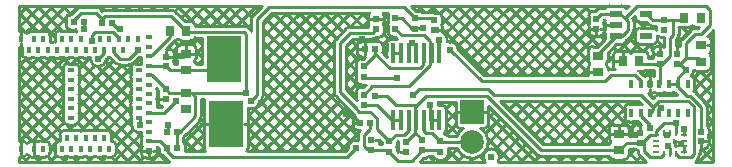
<source format=gtl>
G04 Layer: TopLayer*
G04 EasyEDA Pro v2.2.45.4, 2026-01-24 23:10:09*
G04 Gerber Generator version 0.3*
G04 Scale: 100 percent, Rotated: No, Reflected: No*
G04 Dimensions in millimeters*
G04 Leading zeros omitted, absolute positions, 4 integers and 5 decimals*
G04 Generated by one-click*
%FSLAX45Y45*%
%MOMM*%
%ADD10C,0.254*%
%ADD11R,0.9X0.8*%
%ADD12R,0.8X0.9*%
%ADD13R,2.0X2.0*%
%ADD14C,2.0*%
%ADD15R,0.8X0.86401*%
%ADD16R,0.35001X0.75001*%
%ADD17R,0.6090X0.27*%
%ADD18R,0.6X0.27*%
%ADD19R,0.27X0.6*%
%ADD20R,0.4X1.7*%
%ADD21R,1.1X0.6*%
%ADD22R,0.4X0.6*%
%ADD23R,0.6X0.4*%
%ADD24R,0.54X0.5*%
%ADD25R,0.5X0.54*%
%ADD26R,0.56566X0.54*%
%ADD27R,0.54X0.56566*%
%ADD28R,3.0X4.0*%
%ADD29C,0.61*%
G75*

G54D10*

G04 Copper Start*
G01X6032607Y2681699D02*
G01X6034441Y2679954D01*
G01X4762500Y2679954D01*
G01X4762500Y2717836D01*
G01X4796292Y2717836D01*
G03X4831296Y2740513I0J38354D01*
G03X4866300Y2717836I35004J15677D01*
G01X4906300Y2717836D01*
G03X4926305Y2723466I0J38354D01*
G03X4946310Y2717836I20005J32724D01*
G01X4986310Y2717836D01*
G03X5024664Y2756190I0J38354D01*
G01X5024664Y2816189D01*
G03X4986310Y2854543I-38354J0D01*
G01X4946310Y2854543D01*
G03X4926305Y2848913I0J-38354D01*
G03X4906300Y2854543I-20005J-32724D01*
G01X4866300Y2854543D01*
G03X4831296Y2831866I0J-38354D01*
G03X4796292Y2854543I-35004J-15677D01*
G01X4762500Y2854543D01*
G01X4762500Y3647831D01*
G01X4787941Y3647831D01*
G01X4787941Y3596193D01*
G03X4826295Y3557839I38354J0D01*
G01X4866295Y3557839D01*
G03X4886300Y3563469I0J38354D01*
G03X4906305Y3557839I20005J32724D01*
G01X4946305Y3557839D01*
G03X4966297Y3563462I0J38354D01*
G03X4986289Y3557839I19992J32731D01*
G01X5026289Y3557839D01*
G03X5046294Y3563469I0J38354D01*
G03X5066299Y3557839I20005J32724D01*
G01X5106299Y3557839D01*
G03X5126292Y3563462I0J38354D01*
G03X5146284Y3557839I19992J32731D01*
G01X5186284Y3557839D01*
G03X5206289Y3563469I0J38354D01*
G03X5226294Y3557839I20005J32724D01*
G01X5266294Y3557839D01*
G03X5286299Y3563469I0J38354D01*
G03X5306304Y3557839I20005J32724D01*
G01X5346304Y3557839D01*
G03X5366296Y3563462I0J38354D01*
G01X5367806Y3562586D01*
G03X5427467Y3481609I67693J-12593D01*
G03X5504267Y3546560I8031J68384D01*
G01X5517097Y3559391D01*
G03X5526303Y3563469I-10799J36802D01*
G03X5535509Y3559391I20005J32724D01*
G01X5581008Y3513892D01*
G03X5617108Y3498939I36101J36101D01*
G01X5693689Y3498939D01*
G03X5729790Y3513892I0J51054D01*
G01X5773322Y3557424D01*
G03X5797954Y3563318I-3433J68768D01*
G01X5797954Y3551202D01*
G03X5803584Y3531197I38354J0D01*
G03X5797954Y3511192I32724J-20005D01*
G01X5797954Y3509541D01*
G01X5746290Y3509541D01*
G03X5707936Y3471187I0J-38354D01*
G01X5707936Y3431187D01*
G03X5713559Y3411195I38354J0D01*
G03X5707936Y3391202I32731J-19992D01*
G01X5707936Y3351202D01*
G03X5713567Y3331197I38354J0D01*
G03X5707936Y3311192I32724J-20005D01*
G01X5707936Y3271192D01*
G03X5713567Y3251187I38354J0D01*
G03X5707936Y3231182I32724J-20005D01*
G01X5707936Y3191182D01*
G03X5713559Y3171190I38354J0D01*
G03X5707936Y3151198I32731J-19992D01*
G01X5707936Y3111198D01*
G03X5713567Y3091193I38354J0D01*
G03X5707936Y3071188I32724J-20005D01*
G01X5707936Y3031188D01*
G03X5717773Y3005540I38354J0D01*
G03X5736038Y2943270I67407J-14042D01*
G03X5797954Y2923839I49142J48228D01*
G01X5797954Y2911198D01*
G03X5803584Y2891193I38354J0D01*
G03X5797954Y2871188I32724J-20005D01*
G01X5797954Y2831188D01*
G03X5803577Y2811196I38354J0D01*
G03X5797954Y2791203I32731J-19992D01*
G01X5797954Y2751204D01*
G03X5836308Y2712850I38354J0D01*
G01X5896308Y2712850D01*
G03X5934662Y2751204I0J38354D01*
G01X5934662Y2791203D01*
G03X5933608Y2800134I-38354J0D01*
G01X5936283Y2800134D01*
G01X5947982Y2788436D01*
G01X5947982Y2767000D01*
G03X5985655Y2728652I38354J0D01*
G01X6032607Y2681699D01*
G01X5106304Y2854543D02*
G03X5067950Y2816189I0J-38354D01*
G01X5067950Y2756190D01*
G03X5106304Y2717836I38354J0D01*
G01X5146304Y2717836D01*
G03X5166297Y2723458I0J38354D01*
G03X5186289Y2717836I19992J32731D01*
G01X5226289Y2717836D01*
G03X5246294Y2723466I0J38354D01*
G03X5266299Y2717836I20005J32724D01*
G01X5306299Y2717836D01*
G03X5326304Y2723466I0J38354D01*
G03X5346309Y2717836I20005J32724D01*
G01X5386309Y2717836D01*
G03X5406301Y2723458I0J38354D01*
G03X5426293Y2717836I19992J32731D01*
G01X5466293Y2717836D01*
G03X5486298Y2723466I0J38354D01*
G03X5506303Y2717836I20005J32724D01*
G01X5546303Y2717836D01*
G03X5584657Y2756190I0J38354D01*
G01X5584657Y2816189D01*
G03X5546303Y2854543I-38354J0D01*
G01X5544652Y2854543D01*
G01X5544652Y2906182D01*
G03X5506298Y2944536I-38354J0D01*
G01X5466298Y2944536D01*
G03X5446306Y2938913I0J-38354D01*
G03X5426314Y2944536I-19992J-32731D01*
G01X5386314Y2944536D01*
G03X5366309Y2938905I0J-38354D01*
G03X5346304Y2944536I-20005J-32724D01*
G01X5306304Y2944536D01*
G03X5286299Y2938905I0J-38354D01*
G03X5266294Y2944536I-20005J-32724D01*
G01X5226294Y2944536D01*
G03X5206302Y2938913I0J-38354D01*
G03X5186309Y2944536I-19992J-32731D01*
G01X5146309Y2944536D01*
G03X5107955Y2906182I0J-38354D01*
G01X5107955Y2854543D01*
G01X5106304Y2854543D01*
G01X5137960Y3311192D02*
G01X5137960Y3271192D01*
G03X5143578Y3251208I38354J0D01*
G03X5137935Y3231182I32711J-20026D01*
G01X5137935Y3191182D01*
G03X5143570Y3171169I38354J0D01*
G03X5137960Y3151198I32744J-19972D01*
G01X5137960Y3111198D01*
G03X5143578Y3091213I38354J0D01*
G03X5137935Y3071188I32711J-20026D01*
G01X5137935Y3031188D01*
G03X5176289Y2992834I38354J0D01*
G01X5236289Y2992834D01*
G03X5274643Y3031188I0J38354D01*
G01X5274643Y3071188D01*
G03X5269025Y3091172I-38354J0D01*
G03X5274668Y3111198I-32711J20026D01*
G01X5274668Y3151198D01*
G03X5269033Y3171211I-38354J0D01*
G03X5274643Y3191182I-32744J19972D01*
G01X5274643Y3231182D01*
G03X5269025Y3251167I-38354J0D01*
G03X5274668Y3271192I-32711J20026D01*
G01X5274668Y3311192D01*
G03X5269038Y3331197I-38354J0D01*
G03X5274668Y3351202I-32724J20005D01*
G01X5274668Y3391202D01*
G03X5269033Y3411215I-38354J0D01*
G03X5274643Y3431187I-32744J19972D01*
G01X5274643Y3471187D01*
G03X5236289Y3509541I-38354J0D01*
G01X5176289Y3509541D01*
G03X5137935Y3471187I0J-38354D01*
G01X5137935Y3431187D01*
G03X5143570Y3411174I38354J0D01*
G03X5137960Y3391202I32744J-19972D01*
G01X5137960Y3351202D01*
G03X5143591Y3331197I38354J0D01*
G03X5137960Y3311192I32724J-20005D01*
G01X4762500Y3608295D02*
G01X4787941Y3633736D01*
G01X4762500Y3500532D02*
G01X4820281Y3558313D01*
G01X4762500Y3392769D02*
G01X4927570Y3557839D01*
G01X4762500Y3285006D02*
G01X5036802Y3559308D01*
G01X4762500Y3177243D02*
G01X5143219Y3557962D01*
G01X4762500Y3069480D02*
G01X5137935Y3444915D01*
G01X5202561Y3509541D02*
G01X5250859Y3557839D01*
G01X4762500Y2961717D02*
G01X5139911Y3339128D01*
G01X5274555Y3473772D02*
G01X5361965Y3561182D01*
G01X4763090Y2854543D02*
G01X5137935Y3229389D01*
G01X5274668Y3366122D02*
G01X5399714Y3491168D01*
G01X4870853Y2854543D02*
G01X5137960Y3121651D01*
G01X5270879Y3254570D02*
G01X5555605Y3539295D01*
G01X4804026Y2679954D02*
G01X4847074Y2723002D01*
G01X4978616Y2854543D02*
G01X5140775Y3016703D01*
G01X5274668Y3150596D02*
G01X5623011Y3498939D01*
G01X4911789Y2679954D02*
G01X4949671Y2717836D01*
G01X5024664Y2792828D02*
G01X5107955Y2876120D01*
G01X5176371Y2944536D02*
G01X5224669Y2992834D01*
G01X5274643Y3042807D02*
G01X5708301Y3476466D01*
G01X5741011Y3509176D02*
G01X5793263Y3561427D01*
G01X5019552Y2679954D02*
G01X5074440Y2734842D01*
G01X5281143Y2941545D02*
G01X5707936Y3368338D01*
G01X5127315Y2679954D02*
G01X5169210Y2721848D01*
G01X5391897Y2944536D02*
G01X5709116Y3261754D01*
G01X5235079Y2679954D02*
G01X5272960Y2717836D01*
G01X5499660Y2944536D02*
G01X5707972Y3152847D01*
G01X5342842Y2679954D02*
G01X5380723Y2717836D01*
G01X5544652Y2881765D02*
G01X5707936Y3045049D01*
G01X5450605Y2679954D02*
G01X5491471Y2720820D01*
G01X5584657Y2814007D02*
G01X5726359Y2955708D01*
G01X5558368Y2679954D02*
G01X5797954Y2919540D01*
G01X5666131Y2679954D02*
G01X5801424Y2815247D01*
G01X5773894Y2679954D02*
G01X5813968Y2720028D01*
G01X5881657Y2679954D02*
G01X5951872Y2750169D01*
G01X5989420Y2679954D02*
G01X6011886Y2702420D01*
G01X4793280Y2717836D02*
G01X4831161Y2679954D01*
G01X4762500Y2856378D02*
G01X4764335Y2854543D01*
G01X4901043Y2717836D02*
G01X4938924Y2679954D01*
G01X4762500Y2964142D02*
G01X4872098Y2854543D01*
G01X5004316Y2722325D02*
G01X5046688Y2679954D01*
G01X4762500Y3071905D02*
G01X4979861Y2854543D01*
G01X5024664Y2809741D02*
G01X5067950Y2766454D01*
G01X5116569Y2717836D02*
G01X5154451Y2679954D01*
G01X4762500Y3179668D02*
G01X5090868Y2851300D01*
G01X5224332Y2717836D02*
G01X5262214Y2679954D01*
G01X4762500Y3287431D02*
G01X5117939Y2931992D01*
G01X5326709Y2723222D02*
G01X5369977Y2679954D01*
G01X4762500Y3395194D02*
G01X5140630Y3017064D01*
G01X5162165Y2995529D02*
G01X5214892Y2942802D01*
G01X5439858Y2717836D02*
G01X5477740Y2679954D01*
G01X4762500Y3502957D02*
G01X5137960Y3127497D01*
G01X5262381Y3003076D02*
G01X5320921Y2944536D01*
G01X5547599Y2717857D02*
G01X5585503Y2679954D01*
G01X4762500Y3610720D02*
G01X4790317Y3582903D01*
G01X4813005Y3560215D02*
G01X5138134Y3235086D01*
G01X5273049Y3100171D02*
G01X5428763Y2944457D01*
G01X5584657Y2788563D02*
G01X5693266Y2679954D01*
G01X4923144Y3557839D02*
G01X5139113Y3341870D01*
G01X5274643Y3206340D02*
G01X5801029Y2679954D01*
G01X5030658Y3558089D02*
G01X5137935Y3450811D01*
G01X5274550Y3314196D02*
G01X5797954Y2790792D01*
G01X5875897Y2712850D02*
G01X5908792Y2679954D01*
G01X5137697Y3558813D02*
G01X5186968Y3509541D01*
G01X5273714Y3422796D02*
G01X5717461Y2979048D01*
G01X5772731Y2923778D02*
G01X5801571Y2894938D01*
G01X5934662Y2761847D02*
G01X6016555Y2679954D01*
G01X5246433Y3557839D02*
G01X5713383Y3090889D01*
G01X5353513Y3558523D02*
G01X5366810Y3545226D01*
G01X5430731Y3481304D02*
G01X5707936Y3204099D01*
G01X5498217Y3521581D02*
G01X5707942Y3311856D01*
G01X5628623Y3498939D02*
G01X5710720Y3416841D01*
G01X5725368Y3509956D02*
G01X5729604Y3505721D01*
G01X5784237Y3558850D02*
G01X5798535Y3544553D01*
G01X4796292Y3784539D02*
G01X4762500Y3784539D01*
G01X4762500Y4000246D01*
G01X6823645Y4000246D01*
G01X6745699Y3922301D01*
G03X6730746Y3886200I36101J-36101D01*
G01X6730746Y3785216D01*
G03X6723108Y3794983I-43739J-26333D01*
G01X6703423Y3814668D01*
G03X6667322Y3829621I-36101J-36101D01*
G01X6257000Y3829621D01*
G03X6218690Y3866154I-38311J-1821D01*
G01X6169337Y3866154D01*
G01X6087790Y3947701D01*
G03X6051690Y3962654I-36101J-36101D01*
G01X5492890Y3962654D01*
G03X5469112Y3956779I0J-51054D01*
G01X5452790Y3973101D01*
G03X5416690Y3988054I-36101J-36101D01*
G01X5289690Y3988054D01*
G03X5253589Y3973101I0J-51054D01*
G01X5206643Y3926154D01*
G01X5198936Y3926154D01*
G03X5160582Y3887800I0J-38354D01*
G01X5160582Y3833800D01*
G03X5198936Y3795446I38354J0D01*
G01X5245005Y3795446D01*
G03X5247610Y3779678I68777J3264D01*
G01X5246294Y3778909D01*
G03X5226289Y3784539I-20005J-32724D01*
G01X5186289Y3784539D01*
G03X5166297Y3778916I0J-38354D01*
G03X5146304Y3784539I-19992J-32731D01*
G01X5106304Y3784539D01*
G03X5067950Y3746185I0J-38354D01*
G01X5067950Y3694547D01*
G01X5066299Y3694547D01*
G03X5046294Y3688916I0J-38354D01*
G03X5026289Y3694547I-20005J-32724D01*
G01X5024664Y3694547D01*
G01X5024664Y3746185D01*
G03X4986310Y3784539I-38354J0D01*
G01X4946310Y3784539D01*
G03X4926305Y3778909I0J-38354D01*
G03X4906300Y3784539I-20005J-32724D01*
G01X4866300Y3784539D01*
G03X4831296Y3761862I0J-38354D01*
G03X4796292Y3784539I-35004J-15677D01*
G01X4762500Y3931585D02*
G01X4831161Y4000246D01*
G01X4762500Y3823822D02*
G01X4938924Y4000246D01*
G01X4821518Y3775076D02*
G01X5046688Y4000246D01*
G01X4937784Y3783579D02*
G01X5154451Y4000246D01*
G01X5022055Y3760088D02*
G01X5162900Y3900932D01*
G01X5185804Y3923836D02*
G01X5262214Y4000246D01*
G01X5064221Y3694491D02*
G01X5067950Y3698220D01*
G01X5153574Y3783844D02*
G01X5174210Y3804479D01*
G01X5357785Y3988054D02*
G01X5369977Y4000246D01*
G01X5451676Y3974182D02*
G01X5477740Y4000246D01*
G01X5547911Y3962654D02*
G01X5585503Y4000246D01*
G01X5655674Y3962654D02*
G01X5693266Y4000246D01*
G01X5763437Y3962654D02*
G01X5801029Y4000246D01*
G01X5871200Y3962654D02*
G01X5908792Y4000246D01*
G01X5978963Y3962654D02*
G01X6016555Y4000246D01*
G01X6078882Y3954810D02*
G01X6124318Y4000246D01*
G01X6133663Y3901828D02*
G01X6232081Y4000246D01*
G01X6205753Y3866154D02*
G01X6339844Y4000246D01*
G01X6276983Y3829621D02*
G01X6447607Y4000246D01*
G01X6384746Y3829621D02*
G01X6555371Y4000246D01*
G01X6492509Y3829621D02*
G01X6663134Y4000246D01*
G01X6600272Y3829621D02*
G01X6770897Y4000246D01*
G01X6697880Y3819466D02*
G01X6730746Y3852332D01*
G01X4762500Y3826246D02*
G01X4805273Y3783473D01*
G01X4762500Y3934009D02*
G01X4912470Y3784039D01*
G01X4804026Y4000246D02*
G01X5067950Y3736322D01*
G01X4911789Y4000246D02*
G01X5127496Y3784539D01*
G01X5019552Y4000246D02*
G01X5160582Y3859217D01*
G01X5224353Y3795446D02*
G01X5236699Y3783099D01*
G01X5127315Y4000246D02*
G01X5201407Y3926154D01*
G01X5235079Y4000246D02*
G01X5258166Y3977159D01*
G01X5342842Y4000246D02*
G01X5355034Y3988054D01*
G01X5450605Y4000246D02*
G01X5488395Y3962456D01*
G01X5558368Y4000246D02*
G01X5595960Y3962654D01*
G01X5666131Y4000246D02*
G01X5703723Y3962654D01*
G01X5773894Y4000246D02*
G01X5811486Y3962654D01*
G01X5881657Y4000246D02*
G01X5919249Y3962654D01*
G01X5989420Y4000246D02*
G01X6027012Y3962654D01*
G01X6097183Y4000246D02*
G01X6234842Y3862587D01*
G01X6253477Y3843952D02*
G01X6267808Y3829621D01*
G01X6204946Y4000246D02*
G01X6375571Y3829621D01*
G01X6312709Y4000246D02*
G01X6483334Y3829621D01*
G01X6420472Y4000246D02*
G01X6591097Y3829621D01*
G01X6528235Y4000246D02*
G01X6730746Y3797735D01*
G01X6635998Y4000246D02*
G01X6733501Y3902744D01*
G01X6743762Y4000246D02*
G01X6783703Y3960304D01*
G01X5941746Y3286365D02*
G01X5941746Y3268212D01*
G03X5945725Y3251200I38354J0D01*
G03X5941746Y3234188I34375J-17012D01*
G01X5941746Y3184188D01*
G03X5975971Y3146057I38354J0D01*
G01X5972161Y3142247D01*
G01X5933601Y3142247D01*
G03X5934662Y3151203I-37294J8956D01*
G01X5934662Y3191203D01*
G03X5929039Y3211195I-38354J0D01*
G03X5934662Y3231187I-32731J19992D01*
G01X5934662Y3271187D01*
G03X5929031Y3291192I-38354J0D01*
G03X5931698Y3296413I-32724J20005D01*
G01X5941746Y3286365D01*
G01X5934657Y3271770D02*
G01X5941746Y3278858D01*
G01X5934662Y3164011D02*
G01X5943470Y3172819D01*
G01X5934622Y3192939D02*
G01X5941746Y3185816D01*
G01X6108700Y3717491D02*
G03X6138690Y3703046I29990J23909D01*
G01X6218690Y3703046D01*
G03X6254442Y3727513I0J38354D01*
G01X6313453Y3727513D01*
G01X6313453Y3505149D01*
G01X6260429Y3505149D01*
G03X6247595Y3524098I-36727J-11054D01*
G03X6262056Y3554100I-23893J30002D01*
G01X6262056Y3634100D01*
G03X6223702Y3672454I-38354J0D01*
G01X6133702Y3672454D01*
G03X6095348Y3634100I0J-38354D01*
G01X6095348Y3554100D01*
G03X6109809Y3524098I38354J0D01*
G03X6096976Y3505149I23893J-30002D01*
G01X6076366Y3505149D01*
G01X6076366Y3509677D01*
G03X6072387Y3526688I-38354J0D01*
G03X6076366Y3543700I-34375J17012D01*
G01X6076366Y3593700D01*
G03X6038012Y3632054I-38354J0D01*
G01X6009166Y3632054D01*
G01X6074811Y3697699D01*
G03X6079467Y3703053I-36101J36101D01*
G03X6108700Y3717491I-757J38347D01*
G01X6066614Y3619253D02*
G01X6100286Y3652924D01*
G01X6114878Y3667516D02*
G01X6150407Y3703046D01*
G01X6074988Y3519864D02*
G01X6097262Y3542137D01*
G01X6227400Y3672275D02*
G01X6282638Y3727513D01*
G01X6262056Y3599169D02*
G01X6313453Y3650565D01*
G01X6275800Y3505149D02*
G01X6313453Y3542802D01*
G01X6021744Y3644633D02*
G01X6034323Y3632054D01*
G01X6076366Y3590011D02*
G01X6095348Y3571028D01*
G01X6075617Y3698523D02*
G01X6109937Y3664203D01*
G01X6248930Y3525210D02*
G01X6268991Y3505149D01*
G01X6178857Y3703046D02*
G01X6209449Y3672454D01*
G01X6262056Y3619847D02*
G01X6313453Y3568450D01*
G01X6262153Y3727513D02*
G01X6313453Y3676213D01*
G01X6291308Y3026225D02*
G03X6306261Y3062326I-36101J36101D01*
G01X6306261Y3206344D01*
G01X6327852Y3206344D01*
G03X6326746Y3197200I37248J-9144D01*
G01X6326746Y2797200D01*
G03X6339263Y2768854I38354J0D01*
G01X6167819Y2768854D01*
G01X6167819Y2821000D01*
G03X6152236Y2851863I-38354J0D01*
G01X6152236Y2875837D01*
G03X6167588Y2902506I-22771J30863D01*
G01X6291308Y3026225D01*
G01X6306261Y3104558D02*
G01X6326746Y3125043D01*
G01X6157081Y2847615D02*
G01X6326746Y3017280D01*
G01X6186083Y2768854D02*
G01X6326746Y2909517D01*
G01X6293846Y2768854D02*
G01X6326746Y2801754D01*
G01X6152236Y2867563D02*
G01X6250944Y2768854D01*
G01X6196322Y2931239D02*
G01X6326746Y2800815D01*
G01X6250204Y2985121D02*
G01X6326746Y2908578D01*
G01X6301748Y3041339D02*
G01X6326746Y3016342D01*
G01X6306261Y3144589D02*
G01X6326746Y3124105D01*
G01X6832854Y3865053D02*
G01X6904547Y3936746D01*
G01X7730282Y3936746D01*
G03X7721854Y3912757I29926J-23989D01*
G01X7721854Y3856191D01*
G03X7724908Y3841192I38354J0D01*
G03X7721854Y3826194I35300J-14999D01*
G01X7721854Y3822954D01*
G01X7569200Y3822954D01*
G03X7533099Y3808001I0J-51054D01*
G01X7444199Y3719101D01*
G03X7429246Y3683000I36101J-36101D01*
G01X7429246Y3269082D01*
G03X7444199Y3232981I51054J0D01*
G01X7583142Y3094038D01*
G03X7592499Y3081178I45457J23241D01*
G01X7606129Y3067548D01*
G03X7590834Y3036900I23059J-30648D01*
G01X7590834Y2982900D01*
G03X7629188Y2944546I38354J0D01*
G01X7651456Y2944546D01*
G01X7651277Y2944366D01*
G03X7636358Y2908300I36076J-36042D01*
G01X7636358Y2860391D01*
G03X7549339Y2797433I-18250J-66391D01*
G01X7520760Y2768854D01*
G01X6690937Y2768854D01*
G03X6703454Y2797200I-25837J28346D01*
G01X6703454Y3129223D01*
G03X6766674Y3134576I26454J63569D01*
G03X6798676Y3189360I-36766J58216D01*
G01X6817901Y3208584D01*
G03X6832854Y3244685I-36101J36101D01*
G01X6832854Y3865053D01*
G01X6832854Y3846677D02*
G01X6922923Y3936746D01*
G01X6832854Y3738914D02*
G01X7030686Y3936746D01*
G01X6832854Y3631151D02*
G01X7138449Y3936746D01*
G01X6832854Y3523388D02*
G01X7246212Y3936746D01*
G01X6832854Y3415625D02*
G01X7353975Y3936746D01*
G01X6832854Y3307862D02*
G01X7461738Y3936746D01*
G01X6703454Y3070699D02*
G01X6768580Y3135825D01*
G01X6786876Y3154120D02*
G01X7569501Y3936746D01*
G01X6703454Y2962936D02*
G01X7429611Y3689092D01*
G01X7563108Y3822589D02*
G01X7677264Y3936746D01*
G01X6703454Y2855173D02*
G01X7429246Y3580965D01*
G01X7671235Y3822954D02*
G01X7721854Y3873573D01*
G01X6724898Y2768854D02*
G01X7429246Y3473202D01*
G01X6832662Y2768854D02*
G01X7429246Y3365438D01*
G01X6940425Y2768854D02*
G01X7430305Y3258735D01*
G01X7048188Y2768854D02*
G01X7478257Y3198923D01*
G01X7155951Y2768854D02*
G01X7532139Y3145042D01*
G01X7263714Y2768854D02*
G01X7585219Y3090359D01*
G01X7371477Y2768854D02*
G01X7590834Y2988212D01*
G01X7479240Y2768854D02*
G01X7641972Y2931586D01*
G01X6703454Y2855160D02*
G01X6789760Y2768854D01*
G01X6703454Y2962923D02*
G01X6897523Y2768854D01*
G01X6703454Y3070686D02*
G01X7005286Y2768854D01*
G01X6753717Y3128186D02*
G01X7113049Y2768854D01*
G01X6799491Y3190175D02*
G01X7220812Y2768854D01*
G01X6832854Y3264575D02*
G01X7328575Y2768854D01*
G01X6832854Y3372338D02*
G01X7436338Y2768854D01*
G01X6832854Y3480101D02*
G01X7532431Y2780524D01*
G01X6832854Y3587864D02*
G01X7573917Y2846802D01*
G01X6832854Y3695627D02*
G01X7636358Y2892124D01*
G01X6832854Y3803390D02*
G01X7591620Y3044624D01*
G01X6855904Y3888103D02*
G01X7429246Y3314762D01*
G01X6915025Y3936746D02*
G01X7429246Y3422525D01*
G01X7022788Y3936746D02*
G01X7429246Y3530288D01*
G01X7130551Y3936746D02*
G01X7429246Y3638051D01*
G01X7238314Y3936746D02*
G01X7450079Y3724981D01*
G01X7346077Y3936746D02*
G01X7503961Y3778862D01*
G01X7453840Y3936746D02*
G01X7567655Y3822931D01*
G01X7561603Y3936746D02*
G01X7675395Y3822954D01*
G01X7669366Y3936746D02*
G01X7721854Y3884258D01*
G01X7531354Y3661853D02*
G01X7590347Y3720846D01*
G01X7761197Y3720846D01*
G03X7792117Y3731274I0J51054D01*
G01X7814208Y3731274D01*
G03X7852562Y3769628I0J38354D01*
G01X7852562Y3826194D01*
G03X7849508Y3841192I-38354J0D01*
G03X7852562Y3856191I-35300J14999D01*
G01X7852562Y3912757D01*
G03X7844134Y3936746I-38354J0D01*
G01X7888860Y3936746D01*
G03X7884846Y3919665I34340J-17081D01*
G01X7884846Y3863099D01*
G03X7887900Y3848100I38354J0D01*
G03X7884846Y3833101I35300J-14999D01*
G01X7884846Y3776536D01*
G03X7923200Y3738182I38354J0D01*
G01X7944636Y3738182D01*
G01X7966515Y3716302D01*
G01X7965504Y3715970D01*
G03X7953004Y3718063I-12499J-36260D01*
G01X7913004Y3718063D01*
G03X7874650Y3679709I0J-38354D01*
G01X7874650Y3617562D01*
G03X7874650Y3571857I45654J-22852D01*
G01X7874650Y3566159D01*
G01X7843416Y3597394D01*
G03X7844219Y3605200I-37551J7806D01*
G01X7844219Y3659200D01*
G03X7805865Y3697554I-38354J0D01*
G01X7749299Y3697554D01*
G03X7734300Y3694500I0J-38354D01*
G03X7719301Y3697554I-14999J-35300D01*
G01X7662736Y3697554D01*
G03X7624382Y3659200I0J-38354D01*
G01X7624382Y3605200D01*
G03X7662736Y3566846I38354J0D01*
G01X7693163Y3566846D01*
G01X7677936Y3551619D01*
G01X7656500Y3551619D01*
G03X7618146Y3513265I0J-38354D01*
G01X7618146Y3456699D01*
G03X7621200Y3441700I38354J0D01*
G03X7618146Y3426701I35300J-14999D01*
G01X7618146Y3370136D01*
G03X7656500Y3331782I38354J0D01*
G01X7699399Y3331782D01*
G01X7677936Y3310319D01*
G01X7656500Y3310319D01*
G03X7618146Y3271965I0J-38354D01*
G01X7618146Y3215399D01*
G03X7621200Y3200400I38354J0D01*
G01X7621101Y3200166D01*
G01X7531354Y3290184D01*
G01X7531354Y3661853D01*
G01X7531354Y3575310D02*
G01X7625888Y3669843D01*
G01X7652092Y3696048D02*
G01X7676890Y3720846D01*
G01X7852562Y3896518D02*
G01X7886352Y3930308D01*
G01X7531354Y3467546D02*
G01X7638933Y3575125D01*
G01X7761362Y3697554D02*
G01X7795082Y3731274D01*
G01X7852562Y3788755D02*
G01X7884846Y3821038D01*
G01X7531354Y3359783D02*
G01X7619227Y3447656D01*
G01X7842410Y3670839D02*
G01X7911561Y3739990D01*
G01X7550407Y3271073D02*
G01X7626093Y3346759D01*
G01X7860072Y3580738D02*
G01X7869457Y3590123D01*
G01X7604207Y3217111D02*
G01X7618146Y3231049D01*
G01X7531354Y3320417D02*
G01X7618146Y3233625D01*
G01X7531354Y3428180D02*
G01X7649804Y3309730D01*
G01X7531354Y3535943D02*
G01X7619100Y3448197D01*
G01X7531354Y3643706D02*
G01X7632157Y3542903D01*
G01X7576162Y3706661D02*
G01X7624382Y3658441D01*
G01X7669740Y3720846D02*
G01X7693032Y3697554D01*
G01X7775468Y3722881D02*
G01X7800795Y3697554D01*
G01X7844219Y3654131D02*
G01X7874650Y3623699D01*
G01X7850074Y3756038D02*
G01X7893424Y3712689D01*
G01X7852562Y3861313D02*
G01X7884846Y3829029D01*
G01X7884892Y3936746D02*
G01X7887629Y3934009D01*
G01X7834046Y2843135D02*
G01X7812354Y2864826D01*
G01X7812354Y2834399D01*
G02X7811667Y2827172I-38354J0D01*
G01X7834046Y2827172D01*
G01X7834046Y2843135D01*
G01X7964754Y2821699D02*
G01X7964754Y2843135D01*
G01X7973746Y2852126D01*
G01X7973746Y2823712D01*
G03X7977725Y2806700I38354J0D01*
G03X7973746Y2789688I34375J-17012D01*
G01X7973746Y2761274D01*
G01X7964754Y2770265D01*
G01X7964754Y2791701D01*
G03X7961700Y2806700I-38354J0D01*
G03X7964754Y2821699I-35300J14999D01*
G01X7964754Y2823316D02*
G01X7973746Y2832307D01*
G01X7964754Y2779253D02*
G01X7973746Y2770262D01*
G01X8120864Y3958019D02*
G01X8078637Y4000246D01*
G01X9925531Y4000246D01*
G01X9903206Y3977921D01*
G03X9869090Y3998750I-34116J-17525D01*
G01X9759090Y3998750D01*
G03X9727032Y3981450I0J-38354D01*
G01X9692284Y3981450D01*
G03X9656184Y3966497I0J-51054D01*
G01X9643153Y3953466D01*
G01X9625000Y3953466D01*
G03X9586646Y3915112I0J-38354D01*
G01X9586646Y3865112D01*
G03X9590625Y3848100I38354J0D01*
G03X9586646Y3831088I34375J-17012D01*
G01X9586646Y3781088D01*
G03X9625000Y3742734I38354J0D01*
G01X9679000Y3742734D01*
G03X9717354Y3781088I0J38354D01*
G01X9717354Y3831088D01*
G03X9713375Y3848100I-38354J0D01*
G03X9717354Y3865112I-34375J17012D01*
G01X9717354Y3879342D01*
G01X9723360Y3879342D01*
G03X9720736Y3865400I35730J-13942D01*
G01X9720736Y3805400D01*
G03X9724960Y3787902I38354J0D01*
G03X9720736Y3770404I34130J-17498D01*
G01X9720736Y3719251D01*
G01X9655041Y3653556D01*
G01X9619700Y3653556D01*
G03X9581346Y3615202I0J-38354D01*
G01X9581346Y3535202D01*
G03X9595807Y3505200I38354J0D01*
G03X9581346Y3475198I23893J-30002D01*
G01X9581346Y3409556D01*
G01X8700327Y3409556D01*
G01X8480258Y3629626D01*
G03X8388815Y3691206I-68768J-3433D01*
G03X8345754Y3776407I-65819J20216D01*
G01X8345754Y3818388D01*
G03X8341775Y3835400I-38354J0D01*
G03X8345754Y3852412I-34375J17012D01*
G01X8345754Y3902412D01*
G03X8307400Y3940766I-38354J0D01*
G01X8279381Y3940766D01*
G03X8266430Y3942436I-12951J-49384D01*
G01X8173163Y3942436D01*
G03X8142300Y3958019I-30863J-22771D01*
G01X8120864Y3958019D01*
G01X8129589Y3958019D02*
G01X8171817Y4000246D01*
G01X8221769Y3942436D02*
G01X8279580Y4000246D01*
G01X8324057Y3936960D02*
G01X8387343Y4000246D01*
G01X8345723Y3850863D02*
G01X8495106Y4000246D01*
G01X8367002Y3764379D02*
G01X8602869Y4000246D01*
G01X8405140Y3694754D02*
G01X8710632Y4000246D01*
G01X8473748Y3655599D02*
G01X8818395Y4000246D01*
G01X8517898Y3591986D02*
G01X8926158Y4000246D01*
G01X8571779Y3538104D02*
G01X9033921Y4000246D01*
G01X8625661Y3484223D02*
G01X9141684Y4000246D01*
G01X8679542Y3430341D02*
G01X9249447Y4000246D01*
G01X8766521Y3409556D02*
G01X9357210Y4000246D01*
G01X8874284Y3409556D02*
G01X9464974Y4000246D01*
G01X8982047Y3409556D02*
G01X9572737Y4000246D01*
G01X9089810Y3409556D02*
G01X9586646Y3906392D01*
G01X9633719Y3953466D02*
G01X9680500Y4000246D01*
G01X9197573Y3409556D02*
G01X9586646Y3798629D01*
G01X9786767Y3998750D02*
G01X9788263Y4000246D01*
G01X9305336Y3409556D02*
G01X9638514Y3742734D01*
G01X9717354Y3821574D02*
G01X9720736Y3824956D01*
G01X9888973Y3993194D02*
G01X9896026Y4000246D01*
G01X9413099Y3409556D02*
G01X9581346Y3577803D01*
G01X9520862Y3409556D02*
G01X9581346Y3470040D01*
G01X8144682Y4000246D02*
G01X8202492Y3942436D01*
G01X8345754Y3799173D02*
G01X8735371Y3409556D01*
G01X8252445Y4000246D02*
G01X8312230Y3940460D01*
G01X8345449Y3907242D02*
G01X8843134Y3409556D01*
G01X8360208Y4000246D02*
G01X8950897Y3409556D01*
G01X8467971Y4000246D02*
G01X9058660Y3409556D01*
G01X8575734Y4000246D02*
G01X9166424Y3409556D01*
G01X8683497Y4000246D02*
G01X9274187Y3409556D01*
G01X8791260Y4000246D02*
G01X9381950Y3409556D01*
G01X8899023Y4000246D02*
G01X9489713Y3409556D01*
G01X9006786Y4000246D02*
G01X9581346Y3425686D01*
G01X9114549Y4000246D02*
G01X9581388Y3533407D01*
G01X9222312Y4000246D02*
G01X9587119Y3635439D01*
G01X9330075Y4000246D02*
G01X9665903Y3664418D01*
G01X9437838Y4000246D02*
G01X9590415Y3847669D01*
G01X9692787Y3745298D02*
G01X9719785Y3718300D01*
G01X9545601Y4000246D02*
G01X9600900Y3944948D01*
G01X9717354Y3828493D02*
G01X9720736Y3825111D01*
G01X9653365Y4000246D02*
G01X9675129Y3978481D01*
G01X9761128Y4000246D02*
G01X9762624Y3998750D01*
G01X9868891Y4000246D02*
G01X9870409Y3998727D01*
G01X10069046Y2679954D02*
G01X8820520Y2679954D01*
G03X8763000Y2786654I-57520J37846D01*
G03X8705480Y2679954I0J-68854D01*
G01X8154837Y2679954D01*
G01X8184364Y2709482D01*
G01X8205800Y2709482D01*
G03X8236663Y2725064I0J38354D01*
G01X8267192Y2725064D01*
G03X8304200Y2696782I37008J10071D01*
G01X8358200Y2696782D01*
G03X8396554Y2735136I0J38354D01*
G01X8396554Y2791701D01*
G01X8396500Y2793746D01*
G01X8469310Y2793746D01*
G03X8685308Y2737554I128590J51054D01*
G03X8673846Y2960446I-87408J107246D01*
G01X8697900Y2960446D01*
G03X8736254Y2998800I0J38354D01*
G01X8736254Y3148443D01*
G01X9145999Y2738697D01*
G03X9182100Y2723744I36101J36101D01*
G01X9760774Y2723744D01*
G03X9797500Y2696444I36727J11054D01*
G01X9887500Y2696444D01*
G03X9925854Y2734798I0J38354D01*
G01X9925854Y2785950D01*
G01X9929738Y2789834D01*
G01X9965153Y2789834D01*
G03X9993300Y2777534I28146J26054D01*
G01X10004649Y2777534D01*
G01X10004649Y2765499D01*
G03X10019602Y2729398I51054J0D01*
G01X10069046Y2679954D01*
G01X8252445Y2679954D02*
G01X8278847Y2706356D01*
G01X8360208Y2679954D02*
G01X8470679Y2790425D01*
G01X8736254Y3056000D02*
G01X8782475Y3102221D01*
G01X8467971Y2679954D02*
G01X8519098Y2731081D01*
G01X8711619Y2923602D02*
G01X8836357Y3048340D01*
G01X8575734Y2679954D02*
G01X8602296Y2706516D01*
G01X8736184Y2840404D02*
G01X8890238Y2994458D01*
G01X8683497Y2679954D02*
G01X8698164Y2694622D01*
G01X8786178Y2782636D02*
G01X8944120Y2940577D01*
G01X8831801Y2720495D02*
G01X8998001Y2886695D01*
G01X8899023Y2679954D02*
G01X9051883Y2832814D01*
G01X9006786Y2679954D02*
G01X9105764Y2778932D01*
G01X9114549Y2679954D02*
G01X9162324Y2727729D01*
G01X9222312Y2679954D02*
G01X9266102Y2723744D01*
G01X9330075Y2679954D02*
G01X9373865Y2723744D01*
G01X9437838Y2679954D02*
G01X9481628Y2723744D01*
G01X9545601Y2679954D02*
G01X9589391Y2723744D01*
G01X9653365Y2679954D02*
G01X9697154Y2723744D01*
G01X9761128Y2679954D02*
G01X9781236Y2700063D01*
G01X9868891Y2679954D02*
G01X9885380Y2696444D01*
G01X9925854Y2736917D02*
G01X9972561Y2783625D01*
G01X9976654Y2679954D02*
G01X10022850Y2726150D01*
G01X8163327Y2688444D02*
G01X8171817Y2679954D01*
G01X8235709Y2723825D02*
G01X8279580Y2679954D01*
G01X8368972Y2698325D02*
G01X8387343Y2679954D01*
G01X8396554Y2778506D02*
G01X8495106Y2679954D01*
G01X8574359Y2708464D02*
G01X8602869Y2679954D01*
G01X8666140Y2724446D02*
G01X8699568Y2691018D01*
G01X8719515Y2778834D02*
G01X8723885Y2774465D01*
G01X8733411Y2872701D02*
G01X8926158Y2679954D01*
G01X8732212Y2981663D02*
G01X9033921Y2679954D01*
G01X8736254Y3085385D02*
G01X9141684Y2679954D01*
G01X9205658Y2723744D02*
G01X9249447Y2679954D01*
G01X9313421Y2723744D02*
G01X9357210Y2679954D01*
G01X9421184Y2723744D02*
G01X9464974Y2679954D01*
G01X9528947Y2723744D02*
G01X9572737Y2679954D01*
G01X9636710Y2723744D02*
G01X9680500Y2679954D01*
G01X9744473Y2723744D02*
G01X9788263Y2679954D01*
G01X9879536Y2696444D02*
G01X9896026Y2679954D01*
G01X9925854Y2757889D02*
G01X10003789Y2679954D01*
G01X8381350Y2949691D02*
G01X8381350Y3119690D01*
G03X8342996Y3158044I-38354J0D01*
G01X8314055Y3158044D01*
G03X8311405Y3180944I-68757J3646D01*
G01X8459546Y3180944D01*
G01X8459546Y2998800D01*
G03X8497900Y2960446I38354J0D01*
G01X8521954Y2960446D01*
G03X8469310Y2895854I75946J-115646D01*
G01X8392283Y2895854D01*
G03X8362080Y2916422I-34083J-17589D01*
G03X8381350Y2949691I-19084J33269D01*
G01X8313383Y3171945D02*
G01X8322382Y3180944D01*
G01X8379774Y3130572D02*
G01X8430145Y3180944D01*
G01X8381350Y3024385D02*
G01X8459546Y3102582D01*
G01X8376629Y2911901D02*
G01X8459734Y2995007D01*
G01X8468345Y2895854D02*
G01X8469966Y2897476D01*
G01X8364732Y2918091D02*
G01X8367299Y2915524D01*
G01X8381350Y3009236D02*
G01X8477546Y2913040D01*
G01X8317405Y3180944D02*
G01X8340305Y3158044D01*
G01X8381350Y3116999D02*
G01X8459546Y3038803D01*
G01X8425169Y3180944D02*
G01X8459546Y3146566D01*
G01X8834655Y3194444D02*
G01X10008043Y3194444D01*
G01X10033534Y3168952D01*
G01X10007905Y3168952D01*
G03X9985400Y3161656I0J-38354D01*
G03X9962896Y3168952I-22504J-31058D01*
G01X9927895Y3168952D01*
G03X9889541Y3130598I0J-38354D01*
G01X9889541Y3055597D01*
G03X9927895Y3017243I38354J0D01*
G01X9962896Y3017243D01*
G03X9985400Y3024539I0J38354D01*
G03X10003392Y3017510I22504J31058D01*
G01X10032636Y2988266D01*
G01X9993300Y2988266D01*
G03X9954946Y2949912I0J-38354D01*
G01X9954946Y2899912D01*
G03X9955783Y2891942I38354J0D01*
G01X9925854Y2891942D01*
G01X9925854Y2954802D01*
G03X9887500Y2993156I-38354J0D01*
G01X9797500Y2993156D01*
G03X9759146Y2954802I0J-38354D01*
G01X9759146Y2874802D01*
G03X9773607Y2844800I38354J0D01*
G03X9760774Y2825852I23893J-30002D01*
G01X9203247Y2825852D01*
G01X8834655Y3194444D01*
G01X8854676Y3174423D02*
G01X8874697Y3194444D01*
G01X8908558Y3120541D02*
G01X8982460Y3194444D01*
G01X8962439Y3066660D02*
G01X9090224Y3194444D01*
G01X9016321Y3012778D02*
G01X9197987Y3194444D01*
G01X9070202Y2958896D02*
G01X9305750Y3194444D01*
G01X9124084Y2905015D02*
G01X9413513Y3194444D01*
G01X9177965Y2851133D02*
G01X9521276Y3194444D01*
G01X9260447Y2825852D02*
G01X9629039Y3194444D01*
G01X9368210Y2825852D02*
G01X9736802Y3194444D01*
G01X9475973Y2825852D02*
G01X9844565Y3194444D01*
G01X9583736Y2825852D02*
G01X9889556Y3131671D01*
G01X9926822Y3168937D02*
G01X9952328Y3194444D01*
G01X9691499Y2825852D02*
G01X9759146Y2893499D01*
G01X9858804Y2993156D02*
G01X9897654Y3032006D01*
G01X9925854Y2952443D02*
G01X9993473Y3020062D01*
G01X8842721Y3194444D02*
G01X9211313Y2825852D01*
G01X8950484Y3194444D02*
G01X9319076Y2825852D01*
G01X9058247Y3194444D02*
G01X9426839Y2825852D01*
G01X9166010Y3194444D02*
G01X9534602Y2825852D01*
G01X9273773Y3194444D02*
G01X9642365Y2825852D01*
G01X9381536Y3194444D02*
G01X9750128Y2825852D01*
G01X9489299Y3194444D02*
G01X9759146Y2924597D01*
G01X9597062Y3194444D02*
G01X9798350Y2993156D01*
G01X9704825Y3194444D02*
G01X9954946Y2944323D01*
G01X9812588Y3194444D02*
G01X9889541Y3117491D01*
G01X9983674Y3023359D02*
G01X10018767Y2988266D01*
G01X9920351Y3194444D02*
G01X9945843Y3168952D01*
G01X9869090Y3672050D02*
G03X9907444Y3710404I0J38354D01*
G01X9907444Y3710757D01*
G01X9951791Y3755103D01*
G03X9966744Y3791204I-36101J36101D01*
G01X9966744Y3867404D01*
G03X9960869Y3891182I-51054J0D01*
G01X9980756Y3911069D01*
G01X9980756Y3900396D01*
G03X10019110Y3862042I38354J0D01*
G01X10070263Y3862042D01*
G01X10090994Y3841311D01*
G03X10127094Y3826358I36101J36101D01*
G01X10158983Y3826358D01*
G03X10158146Y3818388I37517J-7969D01*
G01X10158146Y3795463D01*
G03X10129110Y3808758I-29036J-25059D01*
G01X10019110Y3808758D01*
G03X9980756Y3770404I0J-38354D01*
G01X9980756Y3710404D01*
G03X10019110Y3672050I38354J0D01*
G01X10129110Y3672050D01*
G03X10167464Y3710404I0J38354D01*
G01X10167464Y3743330D01*
G03X10196500Y3730034I29036J25059D01*
G01X10220903Y3730034D01*
G03X10220655Y3725012I50806J-5023D01*
G01X10220655Y3653766D01*
G01X10219466Y3653784D01*
G01X10165466Y3653784D01*
G03X10127112Y3615430I0J-38354D01*
G01X10127112Y3565430D01*
G03X10127949Y3557461I38354J0D01*
G01X10092456Y3557461D01*
G01X10092456Y3575600D01*
G03X10054102Y3613954I-38354J0D01*
G01X9974102Y3613954D01*
G03X9944100Y3599493I0J-38354D01*
G03X9914098Y3613954I-30002J-23893D01*
G01X9834098Y3613954D01*
G03X9795744Y3575600I0J-38354D01*
G01X9795744Y3485600D01*
G03X9805222Y3460356I38354J0D01*
G01X9771380Y3460356D01*
G03X9748054Y3454716I0J-51054D01*
G01X9748054Y3475198D01*
G03X9733593Y3505200I-38354J0D01*
G03X9748054Y3535202I-23893J30002D01*
G01X9748054Y3602167D01*
G01X9817937Y3672050D01*
G01X9869090Y3672050D01*
G01X9966744Y3855438D02*
G01X9988540Y3877234D01*
G01X9747441Y3528372D02*
G01X9795759Y3576690D01*
G01X9833007Y3613938D02*
G01X9980756Y3761687D01*
G01X10027827Y3808758D02*
G01X10075687Y3856618D01*
G01X9787188Y3460356D02*
G01X9798402Y3471570D01*
G01X9934750Y3607918D02*
G01X10002612Y3675780D01*
G01X10135117Y3808285D02*
G01X10153190Y3826358D01*
G01X10048549Y3613954D02*
G01X10106645Y3672050D01*
G01X10167464Y3732869D02*
G01X10172816Y3738221D01*
G01X10099819Y3557461D02*
G01X10127112Y3584754D01*
G01X10196143Y3653784D02*
G01X10220655Y3678297D01*
G01X9748054Y3474504D02*
G01X9762910Y3459649D01*
G01X9748054Y3582267D02*
G01X9795744Y3534578D01*
G01X9791986Y3646099D02*
G01X9825181Y3612903D01*
G01X9873539Y3672309D02*
G01X9945123Y3600724D01*
G01X9925149Y3728462D02*
G01X10039657Y3613954D01*
G01X10092456Y3561154D02*
G01X10096149Y3557461D01*
G01X9966744Y3794630D02*
G01X9981855Y3779519D01*
G01X10089324Y3672050D02*
G01X10130402Y3630972D01*
G01X9969412Y3899725D02*
G01X9983863Y3885273D01*
G01X10003987Y3865149D02*
G01X10060379Y3808758D01*
G01X10166640Y3702497D02*
G01X10215352Y3653784D01*
G01X10150542Y3826358D02*
G01X10158148Y3818752D01*
G01X10010681Y3445403D02*
G03X10008738Y3447246I-36101J-36101D01*
G01X10054102Y3447246D01*
G03X10077685Y3455353I0J38354D01*
G01X10137320Y3455353D01*
G03X10141412Y3451533I28146J26054D01*
G01X10141412Y3404188D01*
G03X10122891Y3408957I-18522J-33585D01*
G01X10087889Y3408957D01*
G03X10065385Y3401661I0J-38354D01*
G03X10047393Y3408690I-22504J-31058D01*
G01X10010681Y3445403D01*
G01X10056557Y3406436D02*
G01X10105474Y3455353D01*
G01X10090494Y3455353D02*
G01X10141412Y3404435D01*
G01X10122891Y3257248D02*
G03X10145395Y3264544I0J38354D01*
G03X10167899Y3257248I22504J31058D01*
G01X10202901Y3257248D01*
G03X10225392Y3264535I0J38354D01*
G03X10247884Y3257248I22492J31067D01*
G01X10282885Y3257248D01*
G03X10305390Y3264544I0J38354D01*
G03X10323382Y3257514I22504J31058D01*
G01X10333939Y3246956D01*
G01X10182795Y3246956D01*
G03X10146694Y3232003I0J-51054D01*
G01X10130790Y3216099D01*
G01X10089641Y3257248D01*
G01X10122891Y3257248D01*
G01X10106268Y3240621D02*
G01X10122895Y3257248D01*
G01X10220367Y3246956D02*
G01X10233470Y3260059D01*
G01X10328130Y3246956D02*
G01X10331035Y3249861D01*
G01X10180837Y3257248D02*
G01X10191128Y3246956D01*
G01X10288226Y3257621D02*
G01X10298891Y3246956D01*
G01X10310777Y2855747D02*
G01X10322944Y2855747D01*
G01X10322944Y2843606D01*
G03X10324706Y2832113I38354J0D01*
G03X10322944Y2820619I36591J-11493D01*
G01X10322944Y2808884D01*
G01X10322733Y2809530D01*
G03X10308475Y2855817I-68728J4168D01*
G01X10310777Y2855747D01*
G01X10322788Y2810562D02*
G01X10322944Y2810718D01*
G01X10333210Y3714311D02*
G03X10348163Y3750412I-36101J36101D01*
G01X10348163Y3816124D01*
G03X10354798Y3815546I6634J37776D01*
G01X10434798Y3815546D01*
G03X10464800Y3830007I0J38354D01*
G03X10494802Y3815546I30002J23893D01*
G01X10522983Y3815546D01*
G01X10514219Y3806782D01*
G01X10484566Y3806782D01*
G03X10448466Y3791828I0J-51054D01*
G01X10372266Y3715628D01*
G03X10357312Y3679528I36101J-36101D01*
G01X10357312Y3653784D01*
G01X10322763Y3653784D01*
G01X10322763Y3703864D01*
G01X10333210Y3714311D01*
G01X10348163Y3805805D02*
G01X10357904Y3815546D01*
G01X10322763Y3672642D02*
G01X10472686Y3822565D01*
G01X10322763Y3654137D02*
G01X10323115Y3653784D01*
G01X10346638Y3738025D02*
G01X10370686Y3713977D01*
G01X10376880Y3815546D02*
G01X10424532Y3767894D01*
G01X10482675Y3817514D02*
G01X10493407Y3806782D01*
G01X10642600Y2679954D02*
G01X10486133Y2679954D01*
G01X10510177Y2703998D01*
G03X10525130Y2740099I-36101J36101D01*
G01X10525130Y2786323D01*
G01X10564089Y2786323D01*
G03X10602443Y2824677I0J38354D01*
G01X10602443Y2874677D01*
G03X10598463Y2891688I-38354J0D01*
G03X10602443Y2908700I-34375J17012D01*
G01X10602443Y2958700D01*
G03X10588142Y2988574I-38354J0D01*
G01X10588142Y3141409D01*
G03X10573189Y3177509I-51054J0D01*
G01X10483095Y3267603D01*
G03X10474809Y3274314I-36101J-36101D01*
G03X10481259Y3295602I-31904J21288D01*
G01X10481259Y3370603D01*
G03X10455075Y3406975I-38354J0D01*
G03X10469633Y3427240I-47716J49639D01*
G03X10476013Y3451363I-62274J29374D01*
G03X10496000Y3445744I19987J32734D01*
G01X10586000Y3445744D01*
G03X10624354Y3484098I0J38354D01*
G01X10624354Y3564098D01*
G03X10609893Y3594100I-38354J0D01*
G03X10624354Y3624102I-23893J30002D01*
G01X10624354Y3704102D01*
G03X10593546Y3741707I-38354J0D01*
G01X10642600Y3790760D01*
G01X10642600Y2679954D01*
G01X10603750Y3738102D02*
G01X10642600Y3776953D01*
G01X10624354Y3650943D02*
G01X10642600Y3669189D01*
G01X10474096Y3392922D02*
G01X10526917Y3445744D01*
G01X10624354Y3543180D02*
G01X10642600Y3561426D01*
G01X10481105Y3292169D02*
G01X10642600Y3453663D01*
G01X10523699Y3226999D02*
G01X10642600Y3345900D01*
G01X10577312Y3172850D02*
G01X10642600Y3238137D01*
G01X10588142Y3075916D02*
G01X10642600Y3130374D01*
G01X10597508Y2977519D02*
G01X10642600Y3022611D01*
G01X10602443Y2874691D02*
G01X10642600Y2914848D01*
G01X10515469Y2679954D02*
G01X10642600Y2807085D01*
G01X10623232Y2679954D02*
G01X10642600Y2699322D01*
G01X10514124Y2708434D02*
G01X10542604Y2679954D01*
G01X10543998Y2786323D02*
G01X10642600Y2687721D01*
G01X10602443Y2835642D02*
G01X10642600Y2795484D01*
G01X10602443Y2943405D02*
G01X10642600Y2903247D01*
G01X10588142Y3065468D02*
G01X10642600Y3011011D01*
G01X10478931Y3282443D02*
G01X10642600Y3118774D01*
G01X10458559Y3410577D02*
G01X10642600Y3226537D01*
G01X10531156Y3445744D02*
G01X10642600Y3334300D01*
G01X10619407Y3465256D02*
G01X10642600Y3442063D01*
G01X10624123Y3568303D02*
G01X10642600Y3549826D01*
G01X10624354Y3675835D02*
G01X10642600Y3657589D01*
G01X10629896Y3778056D02*
G01X10642600Y3765352D01*
G01X6011012Y3593446D02*
G01X6011012Y3619354D01*
G01X6037758Y3568700D02*
G01X6063666Y3568700D01*
G01X6365354Y2997200D02*
G01X6339446Y2997200D01*
G01X6664846Y2997200D02*
G01X6690754Y2997200D01*
G01X7629442Y3009900D02*
G01X7603534Y3009900D01*
G01X6178702Y3633846D02*
G01X6178702Y3659754D01*
G01X6133956Y3594100D02*
G01X6108048Y3594100D01*
G01X6223448Y3594100D02*
G01X6249356Y3594100D01*
G01X5980354Y3209188D02*
G01X5954446Y3209188D01*
G01X7760462Y3884474D02*
G01X7734554Y3884474D01*
G01X7813954Y3884474D02*
G01X7839862Y3884474D01*
G01X8012354Y2764688D02*
G01X7986446Y2764688D01*
G01X7662990Y3632200D02*
G01X7637082Y3632200D01*
G01X7691018Y3658946D02*
G01X7691018Y3684854D01*
G01X7691018Y3605454D02*
G01X7691018Y3579546D01*
G01X7773746Y2862682D02*
G01X7799654Y2862682D01*
G01X9842500Y2954548D02*
G01X9842500Y2980456D01*
G01X9797754Y2914802D02*
G01X9771846Y2914802D01*
G01X9887246Y2914802D02*
G01X9913154Y2914802D01*
G01X10020300Y2949658D02*
G01X10020300Y2975566D01*
G01X9993554Y2924912D02*
G01X9967646Y2924912D01*
G01X10105390Y3295856D02*
G01X10105390Y3269948D01*
G01X10105390Y3370349D02*
G01X10105390Y3396257D01*
G01X9834352Y3530600D02*
G01X9808444Y3530600D01*
G01X9874098Y3575346D02*
G01X9874098Y3601254D01*
G01X9619954Y3435198D02*
G01X9594046Y3435198D01*
G01X8307146Y3793388D02*
G01X8333054Y3793388D01*
G01X9652000Y3781342D02*
G01X9652000Y3755434D01*
G01X9678746Y3806088D02*
G01X9704654Y3806088D01*
G01X9625254Y3806088D02*
G01X9599346Y3806088D01*
G01X9759344Y3835400D02*
G01X9733436Y3835400D01*
G01X10537088Y2824931D02*
G01X10537088Y2799023D01*
G01X10563835Y2849677D02*
G01X10589743Y2849677D01*
G01X10585746Y3664102D02*
G01X10611654Y3664102D01*
G01X10192466Y3615176D02*
G01X10192466Y3641084D01*
G01X10165720Y3590430D02*
G01X10139812Y3590430D01*
G01X10332166Y3615176D02*
G01X10332166Y3641084D01*
G01X4776292Y3686439D02*
G01X4776292Y3660531D01*
G01X4776292Y3745931D02*
G01X4776292Y3771839D01*
G01X4886300Y2756444D02*
G01X4886300Y2730536D01*
G01X4886300Y2815935D02*
G01X4886300Y2841843D01*
G01X5866308Y2751458D02*
G01X5866308Y2725550D01*
G01X5836562Y2771204D02*
G01X5810654Y2771204D01*
G01X5896054Y2771204D02*
G01X5921962Y2771204D01*
G01X4776292Y2756444D02*
G01X4776292Y2730536D01*
G01X4776292Y2815935D02*
G01X4776292Y2841843D01*
G01X8697646Y3098800D02*
G01X8723554Y3098800D01*
G01X8498154Y3098800D02*
G01X8472246Y3098800D01*
G04 Copper End*

G04 Pad Start*
G54D11*
G01X9664700Y3435198D03*
G01X9664700Y3575202D03*
G54D12*
G01X10534802Y3898900D03*
G01X10394798Y3898900D03*
G54D11*
G01X10541000Y3664102D03*
G01X10541000Y3524098D03*
G54D12*
G01X9874098Y3530600D03*
G01X10014102Y3530600D03*
G54D11*
G01X6178702Y3264205D03*
G01X6178702Y3124200D03*
G01X6178702Y3594100D03*
G01X6178702Y3454095D03*
G54D13*
G01X8597900Y3098800D03*
G54D14*
G01X8597900Y2844800D03*
G54D15*
G01X6178690Y3784600D03*
G01X6038710Y3784600D03*
G54D16*
G01X10425405Y3333102D03*
G01X10345395Y3333102D03*
G01X10265385Y3333102D03*
G01X10185400Y3333102D03*
G01X10105390Y3333102D03*
G01X10025380Y3333102D03*
G01X9945395Y3333102D03*
G01X10425379Y3093098D03*
G01X10345395Y3093098D03*
G01X10265385Y3093098D03*
G01X10185400Y3093098D03*
G01X10105390Y3093098D03*
G01X10025405Y3093098D03*
G01X9945395Y3093098D03*
G54D18*
G01X10391297Y2757107D03*
G01X10391297Y2807119D03*
G01X10391297Y2857106D03*
G01X10391297Y2907119D03*
G54D19*
G01X10324277Y2924101D03*
G01X10274290Y2924101D03*
G01X10224277Y2924101D03*
G54D18*
G01X10157303Y2907119D03*
G01X10157303Y2857106D03*
G01X10157303Y2807119D03*
G01X10157303Y2757107D03*
G54D19*
G01X10224277Y2740099D03*
G01X10274290Y2740099D03*
G01X10324277Y2740099D03*
G54D20*
G01X7933004Y3034690D03*
G01X7998003Y3034690D03*
G01X8063001Y3034690D03*
G01X8128000Y3034690D03*
G01X8192999Y3034690D03*
G01X8257997Y3034690D03*
G01X8322996Y3034690D03*
G01X8322996Y3594710D03*
G01X8257997Y3594710D03*
G01X8192999Y3594710D03*
G01X8128000Y3594710D03*
G01X8063001Y3594710D03*
G01X7998003Y3594710D03*
G01X7933004Y3594710D03*
G54D21*
G01X10074110Y3930396D03*
G01X10074110Y3740404D03*
G01X9814090Y3740404D03*
G01X9814090Y3835400D03*
G01X9814090Y3930396D03*
G54D22*
G01X4776292Y2786190D03*
G01X4886300Y2786190D03*
G01X4966310Y2786190D03*
G01X5126304Y2786190D03*
G01X5166309Y2876182D03*
G01X5206289Y2786190D03*
G01X5246294Y2876182D03*
G01X5286299Y2786190D03*
G01X5326304Y2876182D03*
G01X5366309Y2786190D03*
G01X5406314Y2876182D03*
G01X5446293Y2786190D03*
G01X5486298Y2876182D03*
G01X5526303Y2786190D03*
G54D23*
G01X5866308Y2771204D03*
G01X5866308Y2851188D03*
G01X5866308Y2931198D03*
G01X5866308Y3011183D03*
G01X5776290Y3051188D03*
G01X5866308Y3091193D03*
G01X5776290Y3131198D03*
G01X5866308Y3171203D03*
G01X5776290Y3211182D03*
G01X5866308Y3251187D03*
G01X5776290Y3291192D03*
G01X5866308Y3331197D03*
G01X5776290Y3371202D03*
G01X5866308Y3411207D03*
G01X5776290Y3451187D03*
G01X5866308Y3491192D03*
G01X5866308Y3571202D03*
G01X5866308Y3651187D03*
G01X5866308Y3731197D03*
G54D22*
G01X5766308Y3716185D03*
G01X5686298Y3716185D03*
G01X5646293Y3626193D03*
G01X5606313Y3716185D03*
G01X5566308Y3626193D03*
G01X5526303Y3716185D03*
G01X5486298Y3626193D03*
G01X5446293Y3716185D03*
G01X5406288Y3626193D03*
G01X5326304Y3626193D03*
G01X5286299Y3716185D03*
G01X5246294Y3626193D03*
G01X5206289Y3716185D03*
G01X5166284Y3626193D03*
G01X5126304Y3716185D03*
G01X5086299Y3626193D03*
G01X5006289Y3626193D03*
G01X4966310Y3716185D03*
G01X4926305Y3626193D03*
G01X4886300Y3716185D03*
G01X4846295Y3626193D03*
G01X4776292Y3716185D03*
G54D23*
G01X5206289Y3051188D03*
G01X5206314Y3131198D03*
G01X5206289Y3211182D03*
G01X5206314Y3291192D03*
G01X5206314Y3371202D03*
G01X5206289Y3451187D03*
G54D24*
G01X10537088Y2849677D03*
G01X10537088Y2933700D03*
G01X10020300Y2924912D03*
G01X10020300Y2840888D03*
G01X9652000Y3806088D03*
G01X9652000Y3890112D03*
G01X10223500Y3793388D03*
G01X10223500Y3877412D03*
G01X10192466Y3590430D03*
G01X10192466Y3506407D03*
G01X10332166Y3590430D03*
G01X10332166Y3506407D03*
G54D25*
G01X7738212Y3009900D03*
G01X7654188Y3009900D03*
G54D24*
G01X8039100Y2848712D03*
G01X8039100Y2764688D03*
G01X8280400Y3877412D03*
G01X8280400Y3793388D03*
G54D26*
G01X6014618Y2794000D03*
G01X6101182Y2794000D03*
G01X6014618Y2933700D03*
G01X6101182Y2933700D03*
G01X5549900Y3855618D03*
G01X5463337Y3855618D03*
G01X5227218Y3860800D03*
G01X5313782Y3860800D03*
G54D27*
G01X8178800Y2862682D03*
G01X8178800Y2776118D03*
G01X7747000Y2776118D03*
G01X7747000Y2862682D03*
G01X7899400Y2849982D03*
G01X7899400Y2763418D03*
G01X8331200Y2849982D03*
G01X8331200Y2763418D03*
G01X7787208Y3884474D03*
G01X7787208Y3797911D03*
G01X7683500Y3243682D03*
G01X7683500Y3157118D03*
G01X7683500Y3484982D03*
G01X7683500Y3398418D03*
G54D26*
G01X7777582Y3632200D03*
G01X7691018Y3632200D03*
G54D27*
G01X7950200Y3891382D03*
G01X7950200Y3804818D03*
G01X8115300Y3891382D03*
G01X8115300Y3804818D03*
G54D24*
G01X6007100Y3293212D03*
G01X6007100Y3209188D03*
G01X6011012Y3568700D03*
G01X6011012Y3484677D03*
G54D11*
G01X9842500Y2914802D03*
G01X9842500Y2774798D03*
G54D28*
G01X6501807Y3548846D03*
G01X6515100Y2997200D03*
G04 Pad End*

G04 Via Start*
G54D29*
G01X8763000Y2717800D03*
G01X8245297Y3161690D03*
G01X7965897Y3390290D03*
G01X8322996Y3711423D03*
G01X8183296Y3813023D03*
G01X5435498Y3549993D03*
G01X5313782Y3798710D03*
G01X10391297Y2957919D03*
G01X5377713Y3704303D03*
G01X6094908Y3192793D03*
G01X6729908Y3192793D03*
G01X8411489Y3626193D03*
G01X5769889Y3626193D03*
G01X5617489Y3803993D03*
G01X10101605Y2966098D03*
G01X10254005Y2813698D03*
G01X7618108Y2794000D03*
G01X8098790Y3245498D03*
G01X6021616Y2991498D03*
G01X5785180Y2991498D03*
G01X10407359Y3456614D03*
G01X10324277Y3006191D03*
G01X7779207Y3231998D03*
G01X6687007Y3257398D03*
G01X10365897Y2832110D03*
G01X10248900Y2908300D03*
G01X8094374Y3684593D03*
G01X7667839Y3713500D03*
G01X10192466Y3590430D03*
G01X10332166Y3590430D03*
G01X10223500Y3793388D03*
G01X10537088Y2849677D03*
G01X9974847Y2907698D03*
G01X10202184Y3129404D03*
G01X10105390Y3333102D03*
G01X7531100Y3086100D03*
G01X7747000Y2862682D03*
G01X8039100Y2764688D03*
G01X6178702Y3124200D03*
G01X6007100Y3209188D03*
G01X5866308Y2771204D03*
G01X6178699Y3684593D03*
G01X8293100Y3793388D03*
G01X10541000Y3664102D03*
G01X10534802Y3898900D03*
G04 Via End*

G04 Track Start*
G54D10*
G01X7985303Y3034690D02*
G01X7920304Y3034690D01*
G01X7797876Y3157118D01*
G01X7683500Y3157118D01*
G01X8245297Y3034690D02*
G01X8310296Y3034690D01*
G01X8245297Y3034690D02*
G01X8245297Y3161690D01*
G01X7965897Y3390290D02*
G01X7691628Y3390290D01*
G01X7683500Y3398418D01*
G01X8245297Y3696310D02*
G01X8245297Y3594710D01*
G01X8194497Y3747110D02*
G01X8245297Y3696310D01*
G01X8007909Y3747110D02*
G01X8194497Y3747110D01*
G01X7950200Y3804818D02*
G01X8007909Y3747110D01*
G01X8245297Y3594710D02*
G01X8245297Y3493110D01*
G01X8067497Y3315310D01*
G01X7755128Y3315310D01*
G01X7683500Y3243682D01*
G01X8183296Y3813023D02*
G01X8123504Y3813023D01*
G01X8115300Y3804818D01*
G01X8089900Y3804818D01*
G01X8003337Y3891382D01*
G01X7950200Y3891382D01*
G01X7738212Y3009900D02*
G01X7738212Y2959100D01*
G01X7687412Y2908300D01*
G01X7687412Y2810307D01*
G01X7712812Y2784907D01*
G01X7738212Y2784907D01*
G01X7747000Y2776118D01*
G01X7886700Y2776118D01*
G01X7899400Y2763418D01*
G01X7975600Y2687218D01*
G01X8089900Y2687218D01*
G01X8178800Y2776118D01*
G01X8318500Y2776118D01*
G01X8331200Y2763418D01*
G01X8597900Y2844800D02*
G01X8336382Y2844800D01*
G01X8260182Y2921000D01*
G01X8209382Y2921000D01*
G01X8180299Y2950083D01*
G01X8180299Y3034690D01*
G01X7985303Y3594710D02*
G01X7920304Y3594710D01*
G01X8180299Y3594710D02*
G01X8180299Y3493110D01*
G01X8154899Y3467710D01*
G01X7900899Y3467710D01*
G01X7777582Y3591027D01*
G01X7777582Y3632200D01*
G01X7777582Y3591027D02*
G01X7777582Y3579063D01*
G01X7683500Y3484982D01*
G01X6038710Y3784600D02*
G01X6038710Y3733800D01*
G01X5886310Y3581400D01*
G01X5876506Y3581400D01*
G01X5866308Y3571202D01*
G01X5486298Y3626193D02*
G01X5486298Y3600793D01*
G01X5435498Y3549993D01*
G01X5313782Y3798710D02*
G01X5313782Y3860800D01*
G01X10394798Y3898900D02*
G01X10373309Y3877412D01*
G01X10223500Y3877412D02*
G01X10127094Y3877412D01*
G01X10074110Y3930396D01*
G01X10297109Y3877412D02*
G01X10297109Y3750412D01*
G01X10271709Y3725012D01*
G01X10271709Y3572612D01*
G01X10205505Y3506407D01*
G01X10192466Y3506407D01*
G01X10192466Y3340169D01*
G01X10185400Y3333102D01*
G01X10192466Y3506407D02*
G01X10038295Y3506407D01*
G01X10014102Y3530600D01*
G01X10391297Y2907119D02*
G01X10391297Y2957919D01*
G01X5377713Y3704303D02*
G01X5377713Y3755103D01*
G01X5403113Y3780503D01*
G01X5555513Y3780503D01*
G01X5606313Y3729703D01*
G01X5606313Y3716185D01*
G01X5866308Y3091193D02*
G01X5993308Y3091193D01*
G01X6094908Y3192793D01*
G01X8115300Y3891382D02*
G01X8266430Y3891382D01*
G01X8280400Y3877412D01*
G01X10025380Y3333102D02*
G01X10025380Y3358502D01*
G01X9974580Y3409302D01*
G01X9771380Y3409302D01*
G01X9720580Y3358502D01*
G01X5769889Y3626193D02*
G01X5693689Y3549993D01*
G01X5617108Y3549993D01*
G01X5566308Y3600793D01*
G01X5566308Y3626193D01*
G01X5617489Y3803993D02*
G01X5601526Y3803993D01*
G01X5549900Y3855618D01*
G01X10025405Y3093098D02*
G01X10025405Y3067698D01*
G01X10101605Y2991498D01*
G01X10101605Y2966098D01*
G01X10254005Y2813698D02*
G01X10274290Y2793413D01*
G01X10274290Y2740099D01*
G01X7618108Y2794000D02*
G01X7541908Y2717800D01*
G01X6068708Y2717800D01*
G01X6014618Y2771889D01*
G01X6014618Y2794000D01*
G01X5957430Y2851188D01*
G01X5866308Y2851188D01*
G01X10105390Y3093098D02*
G01X10130790Y3118498D01*
G01X10130790Y3143898D01*
G01X10029190Y3245498D01*
G01X8784590Y3245498D01*
G01X8733790Y3296298D01*
G01X8149590Y3296298D01*
G01X8098790Y3245498D01*
G01X6021616Y2991498D02*
G01X6021616Y2940698D01*
G01X6014618Y2933700D01*
G01X5785180Y2991498D02*
G01X5785180Y3042298D01*
G01X5776290Y3051188D01*
G01X9664700Y3575202D02*
G01X9664700Y3591014D01*
G01X9814090Y3740404D01*
G01X9864890Y3740404D01*
G01X9915690Y3791204D01*
G01X9915690Y3867404D01*
G01X9852698Y3930396D02*
G01X9814090Y3930396D01*
G01X9692284Y3930396D01*
G01X9652000Y3890112D01*
G01X9890290Y3892804D02*
G01X9991890Y3994404D01*
G01X10576090Y3994404D01*
G01X10611566Y3958928D01*
G01X10611566Y3831928D01*
G01X10535366Y3755728D01*
G01X10484566Y3755728D01*
G01X10408366Y3679528D01*
G01X10408366Y3557207D01*
G01X10357566Y3506407D01*
G01X10332166Y3506407D01*
G01X10357566Y3506407D02*
G01X10407359Y3456614D01*
G01X10345395Y3394650D01*
G01X10345395Y3333102D01*
G01X10265385Y3333102D01*
G01X10408366Y3557207D02*
G01X10507890Y3557207D01*
G01X10541000Y3524098D01*
G01X10324277Y3006191D02*
G01X10324277Y2924101D01*
G01X10324277Y3006191D02*
G01X10222677Y3006191D01*
G01X10157303Y2940816D01*
G01X10157303Y2907119D01*
G01X10106503Y2907119D01*
G01X10055703Y2856319D01*
G01X10035731Y2856319D01*
G01X10020300Y2840888D01*
G01X10055703Y2856319D02*
G01X10055703Y2765499D01*
G01X10106503Y2714699D01*
G01X10198877Y2714699D01*
G01X10224277Y2740099D01*
G01X10020300Y2840888D02*
G01X9908591Y2840888D01*
G01X9842500Y2774798D01*
G01X10345395Y3333102D02*
G01X10345395Y3307702D01*
G01X10421595Y3231502D01*
G01X10446995Y3231502D01*
G01X10537088Y3141409D01*
G01X10537088Y2933700D01*
G01X9842500Y2774798D02*
G01X9182100Y2774798D01*
G01X8724900Y3231998D01*
G01X8211007Y3231998D01*
G01X8115300Y3136290D02*
G01X8115300Y3034690D01*
G01X8115300Y2926182D02*
G01X8178800Y2862682D01*
G01X8115300Y2924912D02*
G01X8039100Y2848712D01*
G01X8134807Y3155798D02*
G01X7957007Y3155798D01*
G01X7880807Y3231998D01*
G01X7779207Y3231998D01*
G01X6185510Y3257398D02*
G01X6178702Y3264205D01*
G01X6036107Y3264205D01*
G01X6007100Y3293212D01*
G01X5889104Y3411207D01*
G01X5866308Y3411207D01*
G01X6229807Y3257398D02*
G01X6255207Y3231998D01*
G01X6255207Y3062326D01*
G01X6126582Y2933700D01*
G01X6101182Y2933700D01*
G01X6101182Y2794000D01*
G01X6687007Y3257398D02*
G01X6687007Y3758883D01*
G01X6667322Y3778567D01*
G01X6184722Y3778567D01*
G01X6178690Y3784600D01*
G01X6051690Y3911600D01*
G01X5492890Y3911600D01*
G01X5467490Y3886200D01*
G01X5467490Y3859771D01*
G01X5463337Y3855618D01*
G01X5467490Y3886200D02*
G01X5416690Y3937000D01*
G01X5289690Y3937000D01*
G01X5227218Y3874529D01*
G01X5227218Y3860800D01*
G01X6178702Y3454095D02*
G01X6041593Y3454095D01*
G01X6011012Y3484677D01*
G01X5872823Y3484677D01*
G01X5866308Y3491192D01*
G01X6178702Y3454095D02*
G01X6407056Y3454095D01*
G01X6501807Y3548846D01*
G01X10373309Y3877412D02*
G01X10297109Y3877412D01*
G01X10223500Y3877412D01*
G01X9915690Y3867404D02*
G01X9890290Y3892804D01*
G01X9852698Y3930396D01*
G01X8211007Y3231998D02*
G01X8134807Y3155798D01*
G01X8115300Y3136290D01*
G01X8115300Y2926182D02*
G01X8115300Y2924912D01*
G01X6687007Y3257398D02*
G01X6229807Y3257398D01*
G01X6185510Y3257398D01*
G01X8115300Y3034690D02*
G01X8115300Y2926182D01*
G01X7515715Y3987800D02*
G01X8018882Y3987800D01*
G01X8115300Y3891382D01*
G01X6729908Y3192793D02*
G01X6781800Y3244685D01*
G01X6781800Y3886200D01*
G01X6883400Y3987800D01*
G01X7515715Y3987800D01*
G01X10391297Y2757107D02*
G01X10391297Y2807119D01*
G01X7899400Y2849982D02*
G01X7791112Y2958270D01*
G01X7791112Y3048457D01*
G01X7644943Y3100935D02*
G01X7628600Y3117279D01*
G01X7628600Y3120782D01*
G01X7480300Y3269082D01*
G01X7791112Y3048457D02*
G01X7738633Y3100935D01*
G01X7644943Y3100935D01*
G01X7480300Y3683000D02*
G01X7569200Y3771900D01*
G01X7761197Y3771900D01*
G01X7787208Y3797911D01*
G01X7480300Y3269082D02*
G01X7480300Y3683000D01*
G01X7691018Y3632200D02*
G01X7691018Y3690320D01*
G01X7667839Y3713500D01*
G01X10349677Y2714699D02*
G01X10324277Y2740099D01*
G01X10448676Y2714699D02*
G01X10349677Y2714699D01*
G01X10474076Y2740099D02*
G01X10448676Y2714699D01*
G01X10474076Y3146499D02*
G01X10474076Y2740099D01*
G01X10424672Y3195902D02*
G01X10474076Y3146499D01*
G01X10130790Y3143898D02*
G01X10182795Y3195902D01*
G01X10424672Y3195902D01*
G01X7654188Y3009900D02*
G01X7577988Y3086100D01*
G01X7531100Y3086100D01*
G01X6011012Y3568700D02*
G01X6153302Y3568700D01*
G01X6178702Y3594100D01*
G01X6178702Y3684589D01*
G01X9720580Y3358502D02*
G01X8679180Y3358502D01*
G01X8411489Y3626193D01*
G01X8310296Y3594710D02*
G01X8322996Y3607410D01*
G01X8322996Y3711423D01*
G01X7899400Y2849982D02*
G01X7957718Y2908300D01*
G01X8026400Y2908300D02*
G01X8063001Y2944901D01*
G01X8063001Y3034690D01*
G01X7957718Y2908300D02*
G01X8026400Y2908300D01*
G04 Track End*

M02*


</source>
